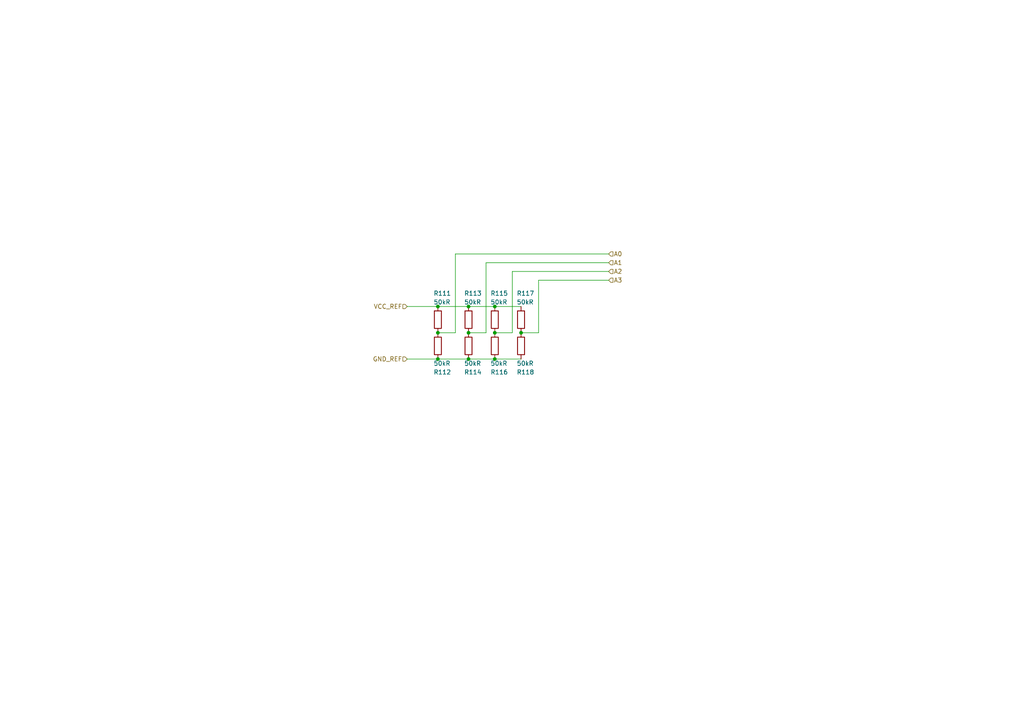
<source format=kicad_sch>
(kicad_sch (version 20211123) (generator eeschema)
  (paper "A4")
  (lib_symbols
    (symbol "Device:R" (pin_numbers hide) (pin_names (offset 0))
      (property "Reference" "R" (at 2.032 0 90))
      (property "Value" "R" (at 0 0 90))
      (symbol "R_0_1"
        (rectangle (start -1.016 -2.54) (end 1.016 2.54) (stroke (width 0.254)))
      )
      (symbol "R_1_1"
        (pin passive line (at 0 3.81 270) (length 1.27) (name "~") (number "1"))
        (pin passive line (at 0 -3.81 90) (length 1.27) (name "~") (number "2"))
      )
    )
  )
  (junction (at 135.89 96.52))
  (junction (at 135.89 88.9))
  (junction (at 143.51 104.14))
  (junction (at 135.89 104.14))
  (junction (at 127 96.52))
  (junction (at 127 104.14))
  (junction (at 143.51 88.9))
  (junction (at 143.51 96.52))
  (junction (at 127 88.9))
  (junction (at 151.13 96.52))
  (wire (pts (xy 140.97 96.52) (xy 140.97 76.2)))
  (wire (pts (xy 127 88.9) (xy 118.11 88.9)))
  (wire (pts (xy 156.21 81.28) (xy 176.53 81.28)))
  (wire (pts (xy 127 96.52) (xy 132.08 96.52)))
  (wire (pts (xy 135.89 88.9) (xy 143.51 88.9)))
  (wire (pts (xy 135.89 96.52) (xy 140.97 96.52)))
  (wire (pts (xy 148.59 96.52) (xy 148.59 78.74)))
  (wire (pts (xy 127 104.14) (xy 135.89 104.14)))
  (wire (pts (xy 132.08 96.52) (xy 132.08 73.66)))
  (wire (pts (xy 127 88.9) (xy 135.89 88.9)))
  (wire (pts (xy 148.59 78.74) (xy 176.53 78.74)))
  (wire (pts (xy 143.51 104.14) (xy 151.13 104.14)))
  (wire (pts (xy 151.13 96.52) (xy 156.21 96.52)))
  (wire (pts (xy 118.11 104.14) (xy 127 104.14)))
  (wire (pts (xy 156.21 96.52) (xy 156.21 81.28)))
  (wire (pts (xy 132.08 73.66) (xy 176.53 73.66)))
  (wire (pts (xy 143.51 88.9) (xy 151.13 88.9)))
  (wire (pts (xy 143.51 96.52) (xy 148.59 96.52)))
  (wire (pts (xy 135.89 104.14) (xy 143.51 104.14)))
  (wire (pts (xy 176.53 76.2) (xy 140.97 76.2)))
  (hierarchical_label "VCC_REF" (shape input) (at 118.11 88.9 180))
  (hierarchical_label "A0" (shape input) (at 176.53 73.66 0))
  (hierarchical_label "GND_REF" (shape input) (at 118.11 104.14 180))
  (hierarchical_label "A1" (shape input) (at 176.53 76.2 0))
  (hierarchical_label "A2" (shape input) (at 176.53 78.74 0))
  (hierarchical_label "A3" (shape input) (at 176.53 81.28 0))
  (symbol (lib_id "Device:R") (at 127 92.71 0) (unit 1)
    (property "Reference" "R111" (at 125.73 85.09 0) (effects (justify left)))
    (property "Value" "50kR" (at 125.73 87.63 0) (effects (justify left)))
    (property "Footprint" "Resistor_SMD:R_0603_1608Metric_Pad0.98x0.95mm_HandSolder" (effects hide))
    (property "Part Number" "-" (effects hide))
    (property "Manufacturer" "-" (effects hide))
  )
  (symbol (lib_id "Device:R") (at 135.89 92.71 0) (unit 1)
    (property "Reference" "R113" (at 134.62 85.09 0) (effects (justify left)))
    (property "Value" "50kR" (at 134.62 87.63 0) (effects (justify left)))
    (property "Footprint" "Resistor_SMD:R_0603_1608Metric_Pad0.98x0.95mm_HandSolder" (effects hide))
    (property "Part Number" "-" (effects hide))
    (property "Manufacturer" "-" (effects hide))
  )
  (symbol (lib_id "Device:R") (at 143.51 92.71 0) (unit 1)
    (property "Reference" "R115" (at 142.24 85.09 0) (effects (justify left)))
    (property "Value" "50kR" (at 142.24 87.63 0) (effects (justify left)))
    (property "Footprint" "Resistor_SMD:R_0603_1608Metric_Pad0.98x0.95mm_HandSolder" (effects hide))
    (property "Part Number" "-" (effects hide))
    (property "Manufacturer" "-" (effects hide))
  )
  (symbol (lib_id "Device:R") (at 151.13 92.71 0) (unit 1)
    (property "Reference" "R117" (at 149.86 85.09 0) (effects (justify left)))
    (property "Value" "50kR" (at 149.86 87.63 0) (effects (justify left)))
    (property "Footprint" "Resistor_SMD:R_0603_1608Metric_Pad0.98x0.95mm_HandSolder" (effects hide))
    (property "Part Number" "-" (effects hide))
    (property "Manufacturer" "-" (effects hide))
  )
  (symbol (lib_id "Device:R") (at 127 100.33 0) (mirror x) (unit 1)
    (property "Reference" "R112" (at 125.73 107.95 0) (effects (justify left)))
    (property "Value" "50kR" (at 125.73 105.41 0) (effects (justify left)))
    (property "Footprint" "Resistor_SMD:R_0603_1608Metric_Pad0.98x0.95mm_HandSolder" (effects hide))
    (property "Part Number" "-" (effects hide))
    (property "Manufacturer" "-" (effects hide))
  )
  (symbol (lib_id "Device:R") (at 135.89 100.33 0) (mirror x) (unit 1)
    (property "Reference" "R114" (at 134.62 107.95 0) (effects (justify left)))
    (property "Value" "50kR" (at 134.62 105.41 0) (effects (justify left)))
    (property "Footprint" "Resistor_SMD:R_0603_1608Metric_Pad0.98x0.95mm_HandSolder" (effects hide))
    (property "Part Number" "-" (effects hide))
    (property "Manufacturer" "-" (effects hide))
  )
  (symbol (lib_id "Device:R") (at 143.51 100.33 0) (mirror x) (unit 1)
    (property "Reference" "R116" (at 142.24 107.95 0) (effects (justify left)))
    (property "Value" "50kR" (at 142.24 105.41 0) (effects (justify left)))
    (property "Footprint" "Resistor_SMD:R_0603_1608Metric_Pad0.98x0.95mm_HandSolder" (effects hide))
    (property "Part Number" "-" (effects hide))
    (property "Manufacturer" "-" (effects hide))
  )
  (symbol (lib_id "Device:R") (at 151.13 100.33 0) (mirror x) (unit 1)
    (property "Reference" "R118" (at 149.86 107.95 0) (effects (justify left)))
    (property "Value" "50kR" (at 149.86 105.41 0) (effects (justify left)))
    (property "Footprint" "Resistor_SMD:R_0603_1608Metric_Pad0.98x0.95mm_HandSolder" (effects hide))
    (property "Part Number" "-" (effects hide))
    (property "Manufacturer" "-" (effects hide))
  )
)
</source>
